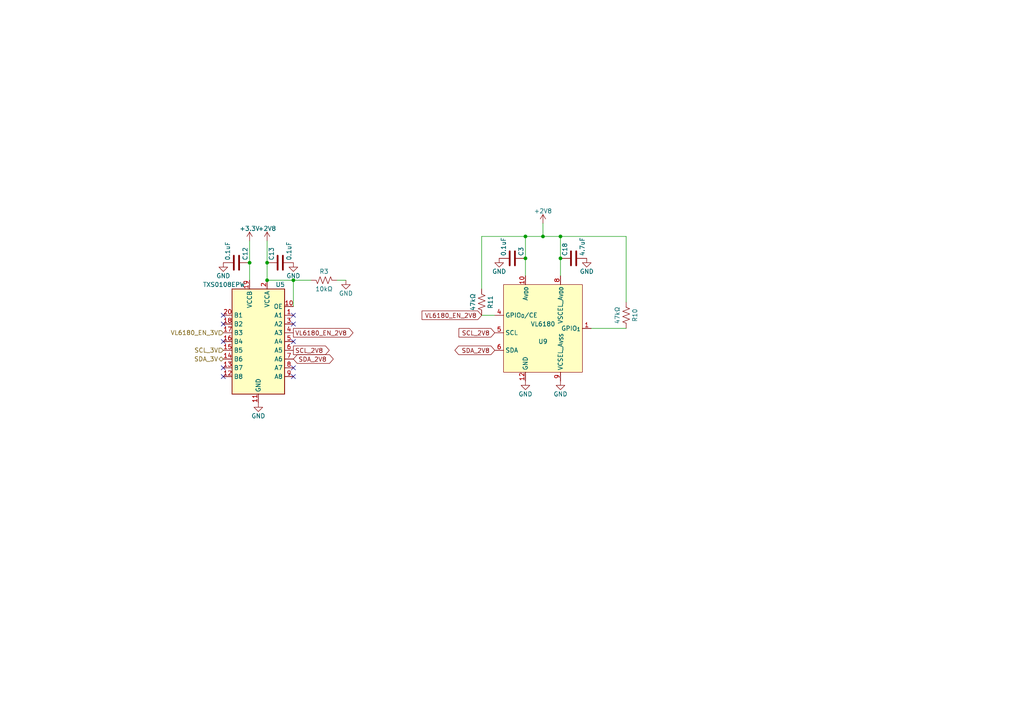
<source format=kicad_sch>
(kicad_sch (version 20230121) (generator eeschema)
  (paper "A4")
  (title_block (title "FooBot-Tests") (date "2023-03-17") (rev "1.0.0") (company "nschoe's labs"))
  (lib_symbols
    (symbol "Device:C" (pin_numbers hide) (pin_names (offset 0.254))
      (property "Reference" "C" (at 0.635 2.54 0))
      (property "Value" "C" (at 0.635 -2.54 0))
      (symbol "C_0_1"
        (polyline (pts (xy -2.032 -0.762) (xy 2.032 -0.762)) (stroke (width 0.508)))
        (polyline (pts (xy -2.032 0.762) (xy 2.032 0.762)) (stroke (width 0.508)))
      )
      (symbol "C_1_1"
        (pin passive line (at 0 3.81 270) (length 2.794) (name "~") (number "1"))
        (pin passive line (at 0 -3.81 90) (length 2.794) (name "~") (number "2"))
      )
    )
    (symbol "Device:R_US" (pin_numbers hide) (pin_names (offset 0))
      (property "Reference" "R" (at 2.54 0 90))
      (property "Value" "R_US" (at -2.54 0 90))
      (symbol "R_US_0_1"
        (polyline (pts (xy 0 -2.286) (xy 0 -2.54)))
        (polyline (pts (xy 0 2.286) (xy 0 2.54)))
        (polyline (pts (xy 0 -0.762) (xy 1.016 -1.143) (xy 0 -1.524) (xy -1.016 -1.905) (xy 0 -2.286)))
        (polyline (pts (xy 0 0.762) (xy 1.016 0.381) (xy 0 0) (xy -1.016 -0.381) (xy 0 -0.762)))
        (polyline (pts (xy 0 2.286) (xy 1.016 1.905) (xy 0 1.524) (xy -1.016 1.143) (xy 0 0.762)))
      )
      (symbol "R_US_1_1"
        (pin passive line (at 0 3.81 270) (length 1.27) (name "~") (number "1"))
        (pin passive line (at 0 -3.81 90) (length 1.27) (name "~") (number "2"))
      )
    )
    (symbol "Logic_LevelTranslator:TXS0108EPW"
      (property "Reference" "U" (at -6.35 16.51 0))
      (property "Value" "TXS0108EPW" (at 3.81 16.51 0))
      (symbol "TXS0108EPW_0_1"
        (rectangle (start -7.62 15.24) (end 7.62 -15.24) (stroke (width 0.254)) (fill (type background)))
      )
      (symbol "TXS0108EPW_1_1"
        (pin bidirectional line (at -10.16 7.62 0) (length 2.54) (name "A1") (number "1"))
        (pin input line (at -10.16 10.16 0) (length 2.54) (name "OE") (number "10"))
        (pin power_in line (at 0 -17.78 90) (length 2.54) (name "GND") (number "11"))
        (pin bidirectional line (at 10.16 -10.16 180) (length 2.54) (name "B8") (number "12"))
        (pin bidirectional line (at 10.16 -7.62 180) (length 2.54) (name "B7") (number "13"))
        (pin bidirectional line (at 10.16 -5.08 180) (length 2.54) (name "B6") (number "14"))
        (pin bidirectional line (at 10.16 -2.54 180) (length 2.54) (name "B5") (number "15"))
        (pin bidirectional line (at 10.16 0 180) (length 2.54) (name "B4") (number "16"))
        (pin bidirectional line (at 10.16 2.54 180) (length 2.54) (name "B3") (number "17"))
        (pin bidirectional line (at 10.16 5.08 180) (length 2.54) (name "B2") (number "18"))
        (pin power_in line (at 2.54 17.78 270) (length 2.54) (name "VCCB") (number "19"))
        (pin power_in line (at -2.54 17.78 270) (length 2.54) (name "VCCA") (number "2"))
        (pin bidirectional line (at 10.16 7.62 180) (length 2.54) (name "B1") (number "20"))
        (pin bidirectional line (at -10.16 5.08 0) (length 2.54) (name "A2") (number "3"))
        (pin bidirectional line (at -10.16 2.54 0) (length 2.54) (name "A3") (number "4"))
        (pin bidirectional line (at -10.16 0 0) (length 2.54) (name "A4") (number "5"))
        (pin bidirectional line (at -10.16 -2.54 0) (length 2.54) (name "A5") (number "6"))
        (pin bidirectional line (at -10.16 -5.08 0) (length 2.54) (name "A6") (number "7"))
        (pin bidirectional line (at -10.16 -7.62 0) (length 2.54) (name "A7") (number "8"))
        (pin bidirectional line (at -10.16 -10.16 0) (length 2.54) (name "A8") (number "9"))
      )
    )
    (symbol "nschoe-KiCad-symbols:VL6180"
      (property "Reference" "U" (at 0 -3.81 0))
      (property "Value" "VL6180" (at 0 1.27 0))
      (symbol "VL6180_0_1"
        (rectangle (start -11.43 12.7) (end 11.43 -12.7) (fill (type background)))
      )
      (symbol "VL6180_1_1"
        (pin open_collector line (at 13.97 0 180) (length 2.54) (name "GPIO_{1}") (number "1"))
        (pin power_in line (at -5.08 15.24 270) (length 2.54) (name "A_{VDD}") (number "10"))
        (pin no_connect line (at 21.59 5.08 0) (length 2.54) hide (name "") (number "11"))
        (pin power_in line (at -5.08 -15.24 90) (length 2.54) (name "GND") (number "12"))
        (pin no_connect line (at 21.59 16.51 0) (length 2.54) hide (name "") (number "2"))
        (pin no_connect line (at 21.59 12.7 0) (length 2.54) hide (name "") (number "3"))
        (pin input line (at -13.97 3.81 0) (length 2.54) (name "GPIO_{0}/CE") (number "4"))
        (pin input line (at -13.97 -1.27 0) (length 2.54) (name "SCL") (number "5"))
        (pin bidirectional line (at -13.97 -6.35 0) (length 2.54) (name "SDA") (number "6"))
        (pin no_connect line (at 21.59 8.89 0) (length 2.54) hide (name "") (number "7"))
        (pin power_in line (at 5.08 15.24 270) (length 2.54) (name "VSCEL_A_{VDD}") (number "8"))
        (pin power_in line (at 5.08 -15.24 90) (length 2.54) (name "VCSEL_A_{VSS}") (number "9"))
      )
    )
    (symbol "power:+2V8" (power) (pin_names (offset 0))
      (property "Value" "+2V8" (at 0 3.556 0))
      (symbol "+2V8_0_1"
        (polyline (pts (xy -0.762 1.27) (xy 0 2.54)))
        (polyline (pts (xy 0 0) (xy 0 2.54)))
        (polyline (pts (xy 0 2.54) (xy 0.762 1.27)))
      )
      (symbol "+2V8_1_1"
        (pin power_in line (at 0 0 90) (length 0) hide (name "+2V8") (number "1"))
      )
    )
    (symbol "power:+3.3V" (power) (pin_names (offset 0))
      (property "Value" "+3.3V" (at 0 3.556 0))
      (symbol "+3.3V_0_1"
        (polyline (pts (xy -0.762 1.27) (xy 0 2.54)))
        (polyline (pts (xy 0 0) (xy 0 2.54)))
        (polyline (pts (xy 0 2.54) (xy 0.762 1.27)))
      )
      (symbol "+3.3V_1_1"
        (pin power_in line (at 0 0 90) (length 0) hide (name "+3.3V") (number "1"))
      )
    )
    (symbol "power:GND" (power) (pin_names (offset 0))
      (property "Value" "GND" (at 0 -3.81 0))
      (symbol "GND_0_1"
        (polyline (pts (xy 0 0) (xy 0 -1.27) (xy 1.27 -1.27) (xy 0 -2.54) (xy -1.27 -1.27) (xy 0 -1.27)))
      )
      (symbol "GND_1_1"
        (pin power_in line (at 0 0 270) (length 0) hide (name "GND") (number "1"))
      )
    )
  )
  (junction (at 152.4 74.93))
  (junction (at 72.39 76.2))
  (junction (at 157.48 68.58))
  (junction (at 162.56 68.58))
  (junction (at 77.47 81.28))
  (junction (at 85.09 81.28))
  (junction (at 162.56 74.93))
  (junction (at 152.4 68.58))
  (junction (at 77.47 76.2))
  (no_connect (at 85.09 99.06))
  (no_connect (at 64.77 99.06))
  (no_connect (at 85.09 106.68))
  (no_connect (at 64.77 91.44))
  (no_connect (at 64.77 109.22))
  (no_connect (at 85.09 93.98))
  (no_connect (at 85.09 91.44))
  (no_connect (at 85.09 109.22))
  (no_connect (at 64.77 106.68))
  (no_connect (at 64.77 93.98))
  (wire (pts (xy 139.7 68.58) (xy 152.4 68.58)))
  (wire (pts (xy 157.48 68.58) (xy 152.4 68.58)))
  (wire (pts (xy 100.33 81.28) (xy 97.79 81.28)))
  (wire (pts (xy 72.39 69.85) (xy 72.39 76.2)))
  (wire (pts (xy 139.7 91.44) (xy 143.51 91.44)))
  (wire (pts (xy 157.48 64.77) (xy 157.48 68.58)))
  (wire (pts (xy 162.56 74.93) (xy 162.56 80.01)))
  (wire (pts (xy 152.4 68.58) (xy 152.4 74.93)))
  (wire (pts (xy 85.09 88.9) (xy 85.09 81.28)))
  (wire (pts (xy 152.4 74.93) (xy 152.4 80.01)))
  (wire (pts (xy 85.09 81.28) (xy 77.47 81.28)))
  (wire (pts (xy 181.61 68.58) (xy 162.56 68.58)))
  (wire (pts (xy 171.45 95.25) (xy 181.61 95.25)))
  (wire (pts (xy 139.7 83.82) (xy 139.7 68.58)))
  (wire (pts (xy 77.47 69.85) (xy 77.47 76.2)))
  (wire (pts (xy 162.56 68.58) (xy 162.56 74.93)))
  (wire (pts (xy 72.39 76.2) (xy 72.39 81.28)))
  (wire (pts (xy 181.61 87.63) (xy 181.61 68.58)))
  (wire (pts (xy 77.47 76.2) (xy 77.47 81.28)))
  (wire (pts (xy 85.09 81.28) (xy 90.17 81.28)))
  (wire (pts (xy 157.48 68.58) (xy 162.56 68.58)))
  (global_label "SDA_2V8" (shape bidirectional) (at 85.09 104.14 0) (property "Intersheetrefs" "${INTERSHEET_REFS}" (effects hide)))
  (global_label "VL6180_EN_2V8" (shape output) (at 85.09 96.52 0) (property "Intersheetrefs" "${INTERSHEET_REFS}" (effects hide)))
  (global_label "SCL_2V8" (shape input) (at 143.51 96.52 180) (property "Intersheetrefs" "${INTERSHEET_REFS}" (effects hide)))
  (global_label "VL6180_EN_2V8" (shape input) (at 139.7 91.44 180) (property "Intersheetrefs" "${INTERSHEET_REFS}" (effects hide)))
  (global_label "SDA_2V8" (shape bidirectional) (at 143.51 101.6 180) (property "Intersheetrefs" "${INTERSHEET_REFS}" (effects hide)))
  (global_label "SCL_2V8" (shape output) (at 85.09 101.6 0) (property "Intersheetrefs" "${INTERSHEET_REFS}" (effects hide)))
  (hierarchical_label "SDA_3V" (shape bidirectional) (at 64.77 104.14 180))
  (hierarchical_label "VL6180_EN_3V" (shape input) (at 64.77 96.52 180))
  (hierarchical_label "SCL_3V" (shape input) (at 64.77 101.6 180))
  (symbol (lib_id "power:GND") (at 152.4 110.49 0) (unit 1)
    (property "Reference" "#PWR057" (effects hide))
    (property "Value" "GND" (at 152.4 114.3 0))
  )
  (symbol (lib_id "Device:C") (at 68.58 76.2 270) (mirror x) (unit 1)
    (property "Reference" "C12" (at 71.12 75.565 0) (effects (justify left)))
    (property "Value" "0.1uF" (at 66.04 75.565 0) (effects (justify left)))
    (property "Footprint" "Capacitor_SMD:C_0402_1005Metric" (effects hide))
    (property "Datasheet" "https://datasheet.lcsc.com/lcsc/1810191222_Samsung-Electro-Mechanics-CL05B104KB54PNC_C307331.pdf" (effects hide))
    (property "LCSC Part" "C307331" (effects hide))
    (property "MPN" "CL05B104KB54PNC" (effects hide))
    (instances (project "FooBot-Test" (path "" (reference "C12") (unit 1)) (path "" (reference "C22") (unit 1))))
  )
  (symbol (lib_id "nschoe-KiCad-symbols:VL6180") (at 157.48 95.25 0) (unit 1)
    (property "Reference" "U9" (at 157.48 99.06 0))
    (property "Value" "VL6180" (at 157.48 93.98 0))
    (property "Footprint" "nschoe-kicad-footprints:ST_VL6180V1NR_1" (effects hide))
    (property "Datasheet" "https://www.st.com/resource/en/data_brief/vl6180.pdf" (effects hide))
    (property "LCSC Part" "C2655167" (effects hide))
    (property "MPN" "VL6180V1NR/1" (effects hide))
  )
  (symbol (lib_id "Device:R_US") (at 139.7 87.63 0) (unit 1)
    (property "Reference" "R11" (at 142.24 87.63 90))
    (property "Value" "47kΩ" (at 137.16 87.63 90))
    (property "Footprint" "Resistor_SMD:R_0603_1608Metric" (effects hide))
    (property "Datasheet" "https://datasheet.lcsc.com/lcsc/2206010045_UNI-ROYAL-Uniroyal-Elec-0603WAF4702T5E_C25819.pdf" (effects hide))
    (property "LCSC Part" "C25819" (effects hide))
    (property "MPN" "0603WAF4702T5E" (effects hide))
  )
  (symbol (lib_id "power:+3.3V") (at 72.39 69.85 0) (unit 1)
    (property "Reference" "#PWR073" (effects hide))
    (property "Value" "+3.3V" (at 72.39 66.294 0))
  )
  (symbol (lib_id "Logic_LevelTranslator:TXS0108EPW") (at 74.93 99.06 0) (mirror y) (unit 1)
    (property "Reference" "U5" (at 81.28 82.55 0))
    (property "Value" "TXS0108EPW" (at 71.12 82.55 0) (effects (justify left)))
    (property "Footprint" "Package_SO:TSSOP-20_4.4x6.5mm_P0.65mm" (effects hide))
    (property "Datasheet" "www.ti.com/lit/ds/symlink/txs0108e.pdf" (effects hide))
    (property "LCSC Part" "C17206" (effects hide))
    (property "MPN" "TXS0108EPWR" (effects hide))
    (instances (project "FooBot-Test" (path "" (reference "U5") (unit 1)) (path "" (reference "U10") (unit 1))))
  )
  (symbol (lib_id "power:GND") (at 170.18 74.93 0) (unit 1)
    (property "Reference" "#PWR062" (effects hide))
    (property "Value" "GND" (at 170.18 78.74 0))
  )
  (symbol (lib_id "Device:R_US") (at 181.61 91.44 0) (unit 1)
    (property "Reference" "R10" (at 184.15 91.44 90))
    (property "Value" "47kΩ" (at 179.07 91.44 90))
    (property "Footprint" "Resistor_SMD:R_0603_1608Metric" (effects hide))
    (property "Datasheet" "https://datasheet.lcsc.com/lcsc/2206010045_UNI-ROYAL-Uniroyal-Elec-0603WAF4702T5E_C25819.pdf" (effects hide))
    (property "LCSC Part" "C25819" (effects hide))
    (property "MPN" "0603WAF4702T5E" (effects hide))
  )
  (symbol (lib_id "Device:R_US") (at 93.98 81.28 270) (mirror x) (unit 1)
    (property "Reference" "R3" (at 93.98 78.74 90))
    (property "Value" "10kΩ" (at 93.98 83.82 90))
    (property "Footprint" "Resistor_SMD:R_0603_1608Metric" (effects hide))
    (property "Datasheet" "https://datasheet.lcsc.com/lcsc/2206010045_UNI-ROYAL-Uniroyal-Elec-0603WAF1002T5E_C25804.pdf" (effects hide))
    (property "LCSC Part" "C25804" (effects hide))
    (property "MPN" "0603WAF1002T5E" (effects hide))
    (instances (project "FooBot-Test" (path "" (reference "R3") (unit 1)) (path "" (reference "R8") (unit 1)) (path "" (reference "R16") (unit 1))))
  )
  (symbol (lib_id "power:GND") (at 64.77 76.2 0) (mirror y) (unit 1)
    (property "Reference" "#PWR039" (effects hide))
    (property "Value" "GND" (at 64.77 80.01 0))
    (instances (project "FooBot-Test" (path "" (reference "#PWR039") (unit 1)) (path "" (reference "#PWR074") (unit 1))))
  )
  (symbol (lib_id "power:+2V8") (at 77.47 69.85 0) (unit 1)
    (property "Reference" "#PWR071" (effects hide))
    (property "Value" "+2V8" (at 77.47 66.294 0))
  )
  (symbol (lib_id "power:GND") (at 85.09 76.2 0) (mirror y) (unit 1)
    (property "Reference" "#PWR040" (effects hide))
    (property "Value" "GND" (at 85.09 80.01 0))
    (instances (project "FooBot-Test" (path "" (reference "#PWR040") (unit 1)) (path "" (reference "#PWR070") (unit 1))))
  )
  (symbol (lib_id "Device:C") (at 81.28 76.2 90) (unit 1)
    (property "Reference" "C13" (at 78.74 75.565 0) (effects (justify left)))
    (property "Value" "0.1uF" (at 83.82 75.565 0) (effects (justify left)))
    (property "Footprint" "Capacitor_SMD:C_0402_1005Metric" (effects hide))
    (property "Datasheet" "https://datasheet.lcsc.com/lcsc/1810191222_Samsung-Electro-Mechanics-CL05B104KB54PNC_C307331.pdf" (effects hide))
    (property "LCSC Part" "C307331" (effects hide))
    (property "MPN" "CL05B104KB54PNC" (effects hide))
    (instances (project "FooBot-Test" (path "" (reference "C13") (unit 1)) (path "" (reference "C21") (unit 1))))
  )
  (symbol (lib_id "Device:C") (at 148.59 74.93 270) (mirror x) (unit 1)
    (property "Reference" "C3" (at 151.13 74.295 0) (effects (justify left)))
    (property "Value" "0.1uF" (at 146.05 74.295 0) (effects (justify left)))
    (property "Footprint" "Capacitor_SMD:C_0402_1005Metric" (effects hide))
    (property "Datasheet" "https://datasheet.lcsc.com/lcsc/1810191222_Samsung-Electro-Mechanics-CL05B104KB54PNC_C307331.pdf" (effects hide))
    (property "LCSC Part" "C307331" (effects hide))
    (property "MPN" "CL05B104KB54PNC" (effects hide))
    (instances (project "FooBot-Test" (path "" (reference "C3") (unit 1)) (path "" (reference "C17") (unit 1))))
  )
  (symbol (lib_id "Device:C") (at 166.37 74.93 90) (unit 1)
    (property "Reference" "C18" (at 163.83 74.295 0) (effects (justify left)))
    (property "Value" "4.7uF" (at 168.91 74.295 0) (effects (justify left)))
    (property "Footprint" "Capacitor_SMD:C_0603_1608Metric" (effects hide))
    (property "Datasheet" "https://datasheet.lcsc.com/lcsc/1810261514_Samsung-Electro-Mechanics-CL10A475KO8NNNC_C19666.pdf" (effects hide))
    (property "LCSC Part" "C19666" (effects hide))
    (property "MPN" "CL10A475KO8NNNC" (effects hide))
  )
  (symbol (lib_id "power:GND") (at 162.56 110.49 0) (unit 1)
    (property "Reference" "#PWR058" (effects hide))
    (property "Value" "GND" (at 162.56 114.3 0))
  )
  (symbol (lib_id "power:+2V8") (at 157.48 64.77 0) (unit 1)
    (property "Reference" "#PWR061" (effects hide))
    (property "Value" "+2V8" (at 157.48 61.214 0))
  )
  (symbol (lib_id "power:GND") (at 74.93 116.84 0) (mirror y) (unit 1)
    (property "Reference" "#PWR037" (effects hide))
    (property "Value" "GND" (at 74.93 120.65 0))
    (instances (project "FooBot-Test" (path "" (reference "#PWR037") (unit 1)) (path "" (reference "#PWR072") (unit 1))))
  )
  (symbol (lib_id "power:GND") (at 144.78 74.93 0) (unit 1)
    (property "Reference" "#PWR060" (effects hide))
    (property "Value" "GND" (at 144.78 78.74 0))
  )
  (symbol (lib_id "power:GND") (at 100.33 81.28 0) (mirror y) (unit 1)
    (property "Reference" "#PWR042" (effects hide))
    (property "Value" "GND" (at 100.33 85.09 0))
    (instances (project "FooBot-Test" (path "" (reference "#PWR042") (unit 1)) (path "" (reference "#PWR069") (unit 1))))
  )
)
</source>
